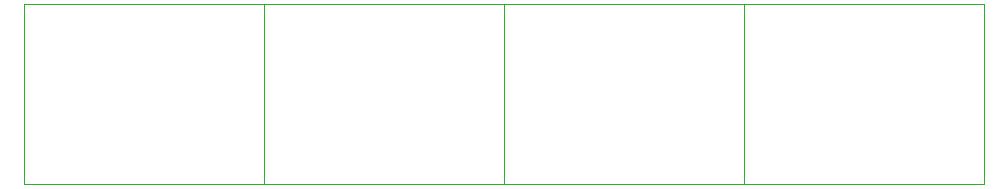
<source format=gbr>
G75*
G70*
%OFA0B0*%
%FSLAX25Y25*%
%IPPOS*%
%LPD*%
%AMOC8*
5,1,8,0,0,1.08239X$1,22.5*
%
%ADD14C,0.00600*%
%ADD31C,0.00200*%
X0010000Y0010000D02*
G01*
D14*
D31*
X0010000Y0010000D02*
X0010000Y0070000D01*
X0090000Y0010000D02*
X0010000Y0010000D01*
X0090000Y0070000D02*
X0090000Y0010000D01*
X0010000Y0070000D02*
X0090000Y0070000D01*
X0090000Y0010000D02*
G01*
D14*
D31*
X0090000Y0010000D02*
X0090000Y0070000D01*
X0170000Y0010000D02*
X0090000Y0010000D01*
X0170000Y0070000D02*
X0170000Y0010000D01*
X0090000Y0070000D02*
X0170000Y0070000D01*
X0170000Y0010000D02*
G01*
D14*
D31*
X0170000Y0010000D02*
X0170000Y0070000D01*
X0250000Y0010000D02*
X0170000Y0010000D01*
X0250000Y0070000D02*
X0250000Y0010000D01*
X0170000Y0070000D02*
X0250000Y0070000D01*
X0250000Y0010000D02*
G01*
D14*
D31*
X0250000Y0010000D02*
X0250000Y0070000D01*
X0330000Y0010000D02*
X0250000Y0010000D01*
X0330000Y0070000D02*
X0330000Y0010000D01*
X0250000Y0070000D02*
X0330000Y0070000D01*
M02*

</source>
